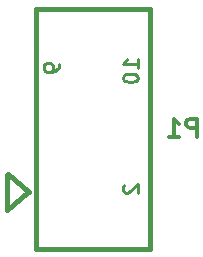
<source format=gbo>
G04 #@! TF.FileFunction,Legend,Bot*
%FSLAX46Y46*%
G04 Gerber Fmt 4.6, Leading zero omitted, Abs format (unit mm)*
G04 Created by KiCad (PCBNEW 4.0.4-stable) date 06/20/17 10:55:23*
%MOMM*%
%LPD*%
G01*
G04 APERTURE LIST*
%ADD10C,0.150000*%
%ADD11C,0.381000*%
%ADD12C,0.304800*%
%ADD13C,0.254000*%
G04 APERTURE END LIST*
D10*
D11*
X166751000Y-73025000D02*
X166751000Y-52705000D01*
X166751000Y-52705000D02*
X157099000Y-52705000D01*
X157099000Y-52705000D02*
X157099000Y-73025000D01*
X157099000Y-73025000D02*
X166751000Y-73025000D01*
X154625040Y-69766180D02*
X154625040Y-66763900D01*
X156436060Y-68229480D02*
X154658060Y-69753480D01*
X154660600Y-66705480D02*
X156438600Y-68229480D01*
D12*
X170669857Y-63554429D02*
X170669857Y-62030429D01*
X170089285Y-62030429D01*
X169944143Y-62103000D01*
X169871571Y-62175571D01*
X169799000Y-62320714D01*
X169799000Y-62538429D01*
X169871571Y-62683571D01*
X169944143Y-62756143D01*
X170089285Y-62828714D01*
X170669857Y-62828714D01*
X168347571Y-63554429D02*
X169218428Y-63554429D01*
X168783000Y-63554429D02*
X168783000Y-62030429D01*
X168928143Y-62248143D01*
X169073285Y-62393286D01*
X169218428Y-62465857D01*
D13*
X165699924Y-57723435D02*
X165699924Y-56997721D01*
X165699924Y-57360578D02*
X164429924Y-57360578D01*
X164611352Y-57239626D01*
X164732305Y-57118673D01*
X164792781Y-56997721D01*
X164429924Y-58509626D02*
X164429924Y-58630578D01*
X164490400Y-58751530D01*
X164550876Y-58812007D01*
X164671829Y-58872483D01*
X164913733Y-58932959D01*
X165216114Y-58932959D01*
X165458019Y-58872483D01*
X165578971Y-58812007D01*
X165639448Y-58751530D01*
X165699924Y-58630578D01*
X165699924Y-58509626D01*
X165639448Y-58388673D01*
X165578971Y-58328197D01*
X165458019Y-58267721D01*
X165216114Y-58207245D01*
X164913733Y-58207245D01*
X164671829Y-58267721D01*
X164550876Y-58328197D01*
X164490400Y-58388673D01*
X164429924Y-58509626D01*
X158999404Y-57423715D02*
X158999404Y-57665620D01*
X158938928Y-57786572D01*
X158878451Y-57847048D01*
X158697023Y-57968001D01*
X158455118Y-58028477D01*
X157971309Y-58028477D01*
X157850356Y-57968001D01*
X157789880Y-57907525D01*
X157729404Y-57786572D01*
X157729404Y-57544668D01*
X157789880Y-57423715D01*
X157850356Y-57363239D01*
X157971309Y-57302763D01*
X158273690Y-57302763D01*
X158394642Y-57363239D01*
X158455118Y-57423715D01*
X158515594Y-57544668D01*
X158515594Y-57786572D01*
X158455118Y-57907525D01*
X158394642Y-57968001D01*
X158273690Y-58028477D01*
X164550876Y-67602463D02*
X164490400Y-67662939D01*
X164429924Y-67783891D01*
X164429924Y-68086272D01*
X164490400Y-68207225D01*
X164550876Y-68267701D01*
X164671829Y-68328177D01*
X164792781Y-68328177D01*
X164974210Y-68267701D01*
X165699924Y-67541987D01*
X165699924Y-68328177D01*
M02*

</source>
